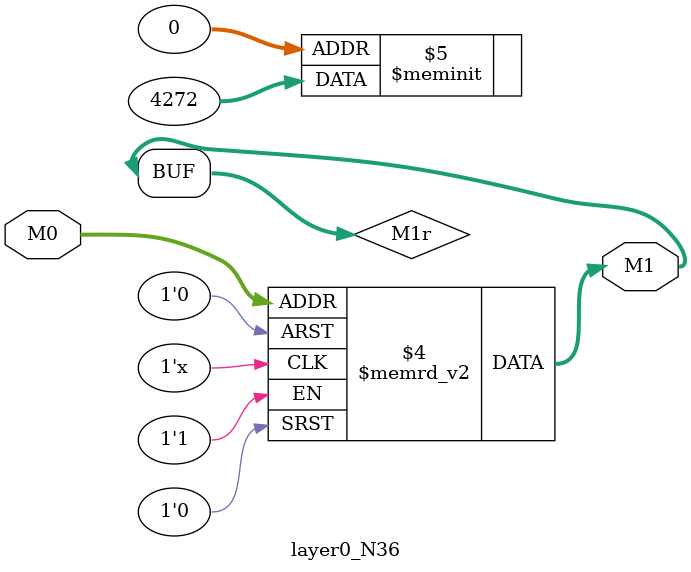
<source format=v>
module layer0_N36 ( input [3:0] M0, output [1:0] M1 );

	(*rom_style = "distributed" *) reg [1:0] M1r;
	assign M1 = M1r;
	always @ (M0) begin
		case (M0)
			4'b0000: M1r = 2'b00;
			4'b1000: M1r = 2'b00;
			4'b0100: M1r = 2'b00;
			4'b1100: M1r = 2'b00;
			4'b0010: M1r = 2'b11;
			4'b1010: M1r = 2'b00;
			4'b0110: M1r = 2'b01;
			4'b1110: M1r = 2'b00;
			4'b0001: M1r = 2'b00;
			4'b1001: M1r = 2'b00;
			4'b0101: M1r = 2'b00;
			4'b1101: M1r = 2'b00;
			4'b0011: M1r = 2'b10;
			4'b1011: M1r = 2'b00;
			4'b0111: M1r = 2'b00;
			4'b1111: M1r = 2'b00;

		endcase
	end
endmodule

</source>
